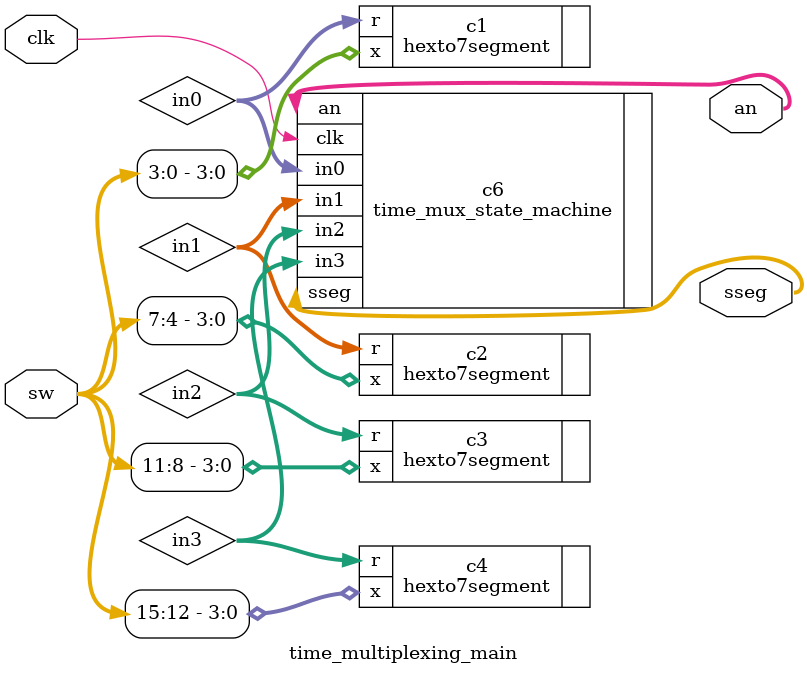
<source format=v>
`timescale 1ns / 1ps

module time_multiplexing_main(
    input clk,
    input [15:0] sw,
    output [3:0] an,
    output [7:0] sseg
    );
    
    wire [7:0] in0, in1, in2, in3;
    
    hexto7segment c1 (.x(sw[3:0]), .r(in0));
    hexto7segment c2 (.x(sw[7:4]), .r(in1));
    hexto7segment c3 (.x(sw[11:8]), .r(in2));
    hexto7segment c4 (.x(sw[15:12]), .r(in3));
    
    time_mux_state_machine c6(
        .clk(clk),
        .in0(in0),
        .in1(in1),
        .in2(in2),
        .in3(in3),
        .an(an),
        .sseg(sseg));
endmodule

</source>
